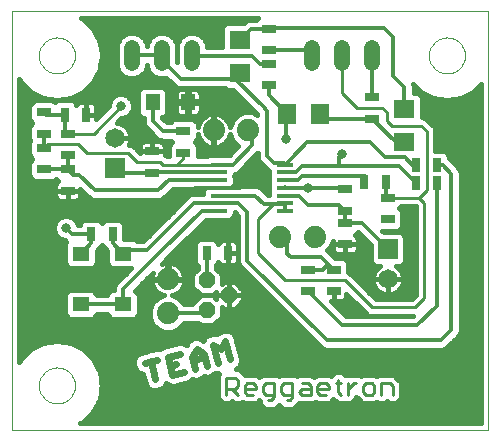
<source format=gtl>
G75*
%MOIN*%
%OFA0B0*%
%FSLAX24Y24*%
%IPPOS*%
%LPD*%
%AMOC8*
5,1,8,0,0,1.08239X$1,22.5*
%
%ADD10C,0.0000*%
%ADD11C,0.0240*%
%ADD12C,0.0090*%
%ADD13R,0.0472X0.0315*%
%ADD14R,0.0630X0.0709*%
%ADD15R,0.0709X0.0630*%
%ADD16C,0.0740*%
%ADD17R,0.0315X0.0472*%
%ADD18OC8,0.0520*%
%ADD19R,0.0580X0.0140*%
%ADD20R,0.0579X0.0500*%
%ADD21R,0.0472X0.0551*%
%ADD22R,0.0650X0.0650*%
%ADD23C,0.0650*%
%ADD24C,0.0520*%
%ADD25C,0.0320*%
%ADD26C,0.0140*%
%ADD27C,0.0100*%
%ADD28C,0.0160*%
D10*
X000180Y000180D02*
X000180Y014176D01*
X016050Y014176D01*
X016050Y000180D01*
X000180Y000180D01*
X001080Y001680D02*
X001082Y001729D01*
X001088Y001777D01*
X001098Y001825D01*
X001112Y001872D01*
X001129Y001918D01*
X001150Y001962D01*
X001175Y002004D01*
X001203Y002044D01*
X001235Y002082D01*
X001269Y002117D01*
X001306Y002149D01*
X001345Y002178D01*
X001387Y002204D01*
X001431Y002226D01*
X001476Y002244D01*
X001523Y002259D01*
X001570Y002270D01*
X001619Y002277D01*
X001668Y002280D01*
X001717Y002279D01*
X001765Y002274D01*
X001814Y002265D01*
X001861Y002252D01*
X001907Y002235D01*
X001951Y002215D01*
X001994Y002191D01*
X002035Y002164D01*
X002073Y002133D01*
X002109Y002100D01*
X002141Y002064D01*
X002171Y002025D01*
X002198Y001984D01*
X002221Y001940D01*
X002240Y001895D01*
X002256Y001849D01*
X002268Y001802D01*
X002276Y001753D01*
X002280Y001704D01*
X002280Y001656D01*
X002276Y001607D01*
X002268Y001558D01*
X002256Y001511D01*
X002240Y001465D01*
X002221Y001420D01*
X002198Y001376D01*
X002171Y001335D01*
X002141Y001296D01*
X002109Y001260D01*
X002073Y001227D01*
X002035Y001196D01*
X001994Y001169D01*
X001951Y001145D01*
X001907Y001125D01*
X001861Y001108D01*
X001814Y001095D01*
X001765Y001086D01*
X001717Y001081D01*
X001668Y001080D01*
X001619Y001083D01*
X001570Y001090D01*
X001523Y001101D01*
X001476Y001116D01*
X001431Y001134D01*
X001387Y001156D01*
X001345Y001182D01*
X001306Y001211D01*
X001269Y001243D01*
X001235Y001278D01*
X001203Y001316D01*
X001175Y001356D01*
X001150Y001398D01*
X001129Y001442D01*
X001112Y001488D01*
X001098Y001535D01*
X001088Y001583D01*
X001082Y001631D01*
X001080Y001680D01*
X001080Y012680D02*
X001082Y012729D01*
X001088Y012777D01*
X001098Y012825D01*
X001112Y012872D01*
X001129Y012918D01*
X001150Y012962D01*
X001175Y013004D01*
X001203Y013044D01*
X001235Y013082D01*
X001269Y013117D01*
X001306Y013149D01*
X001345Y013178D01*
X001387Y013204D01*
X001431Y013226D01*
X001476Y013244D01*
X001523Y013259D01*
X001570Y013270D01*
X001619Y013277D01*
X001668Y013280D01*
X001717Y013279D01*
X001765Y013274D01*
X001814Y013265D01*
X001861Y013252D01*
X001907Y013235D01*
X001951Y013215D01*
X001994Y013191D01*
X002035Y013164D01*
X002073Y013133D01*
X002109Y013100D01*
X002141Y013064D01*
X002171Y013025D01*
X002198Y012984D01*
X002221Y012940D01*
X002240Y012895D01*
X002256Y012849D01*
X002268Y012802D01*
X002276Y012753D01*
X002280Y012704D01*
X002280Y012656D01*
X002276Y012607D01*
X002268Y012558D01*
X002256Y012511D01*
X002240Y012465D01*
X002221Y012420D01*
X002198Y012376D01*
X002171Y012335D01*
X002141Y012296D01*
X002109Y012260D01*
X002073Y012227D01*
X002035Y012196D01*
X001994Y012169D01*
X001951Y012145D01*
X001907Y012125D01*
X001861Y012108D01*
X001814Y012095D01*
X001765Y012086D01*
X001717Y012081D01*
X001668Y012080D01*
X001619Y012083D01*
X001570Y012090D01*
X001523Y012101D01*
X001476Y012116D01*
X001431Y012134D01*
X001387Y012156D01*
X001345Y012182D01*
X001306Y012211D01*
X001269Y012243D01*
X001235Y012278D01*
X001203Y012316D01*
X001175Y012356D01*
X001150Y012398D01*
X001129Y012442D01*
X001112Y012488D01*
X001098Y012535D01*
X001088Y012583D01*
X001082Y012631D01*
X001080Y012680D01*
X014080Y012680D02*
X014082Y012729D01*
X014088Y012777D01*
X014098Y012825D01*
X014112Y012872D01*
X014129Y012918D01*
X014150Y012962D01*
X014175Y013004D01*
X014203Y013044D01*
X014235Y013082D01*
X014269Y013117D01*
X014306Y013149D01*
X014345Y013178D01*
X014387Y013204D01*
X014431Y013226D01*
X014476Y013244D01*
X014523Y013259D01*
X014570Y013270D01*
X014619Y013277D01*
X014668Y013280D01*
X014717Y013279D01*
X014765Y013274D01*
X014814Y013265D01*
X014861Y013252D01*
X014907Y013235D01*
X014951Y013215D01*
X014994Y013191D01*
X015035Y013164D01*
X015073Y013133D01*
X015109Y013100D01*
X015141Y013064D01*
X015171Y013025D01*
X015198Y012984D01*
X015221Y012940D01*
X015240Y012895D01*
X015256Y012849D01*
X015268Y012802D01*
X015276Y012753D01*
X015280Y012704D01*
X015280Y012656D01*
X015276Y012607D01*
X015268Y012558D01*
X015256Y012511D01*
X015240Y012465D01*
X015221Y012420D01*
X015198Y012376D01*
X015171Y012335D01*
X015141Y012296D01*
X015109Y012260D01*
X015073Y012227D01*
X015035Y012196D01*
X014994Y012169D01*
X014951Y012145D01*
X014907Y012125D01*
X014861Y012108D01*
X014814Y012095D01*
X014765Y012086D01*
X014717Y012081D01*
X014668Y012080D01*
X014619Y012083D01*
X014570Y012090D01*
X014523Y012101D01*
X014476Y012116D01*
X014431Y012134D01*
X014387Y012156D01*
X014345Y012182D01*
X014306Y012211D01*
X014269Y012243D01*
X014235Y012278D01*
X014203Y012316D01*
X014175Y012356D01*
X014150Y012398D01*
X014129Y012442D01*
X014112Y012488D01*
X014098Y012535D01*
X014088Y012583D01*
X014082Y012631D01*
X014080Y012680D01*
D11*
X007299Y003148D02*
X007459Y002549D01*
X007060Y002442D02*
X006899Y003041D01*
X007152Y002895D01*
X007299Y003148D01*
X006587Y002744D02*
X006694Y002344D01*
X006614Y002644D02*
X006214Y002537D01*
X006188Y002636D02*
X006334Y002890D01*
X006587Y002744D01*
X006188Y002636D02*
X006295Y002237D01*
X005929Y002139D02*
X005530Y002032D01*
X005369Y002631D01*
X005769Y002738D01*
X005649Y002385D02*
X005449Y002332D01*
X005004Y002533D02*
X004604Y002426D01*
X004804Y002480D02*
X004965Y001881D01*
D12*
X007325Y001945D02*
X007325Y001375D01*
X007325Y001565D02*
X007610Y001565D01*
X007705Y001660D01*
X007705Y001850D01*
X007610Y001945D01*
X007325Y001945D01*
X007515Y001565D02*
X007705Y001375D01*
X007933Y001470D02*
X007933Y001660D01*
X008028Y001755D01*
X008218Y001755D01*
X008313Y001660D01*
X008313Y001565D01*
X007933Y001565D01*
X007933Y001470D02*
X008028Y001375D01*
X008218Y001375D01*
X008540Y001470D02*
X008540Y001660D01*
X008636Y001755D01*
X008921Y001755D01*
X008921Y001280D01*
X008826Y001185D01*
X008731Y001185D01*
X008636Y001375D02*
X008921Y001375D01*
X009148Y001470D02*
X009243Y001375D01*
X009528Y001375D01*
X009528Y001280D02*
X009433Y001185D01*
X009338Y001185D01*
X009528Y001280D02*
X009528Y001755D01*
X009243Y001755D01*
X009148Y001660D01*
X009148Y001470D01*
X008636Y001375D02*
X008540Y001470D01*
X009756Y001470D02*
X009851Y001565D01*
X010136Y001565D01*
X010136Y001660D02*
X010136Y001375D01*
X009851Y001375D01*
X009756Y001470D01*
X009851Y001755D02*
X010041Y001755D01*
X010136Y001660D01*
X010364Y001660D02*
X010364Y001470D01*
X010459Y001375D01*
X010649Y001375D01*
X010744Y001565D02*
X010364Y001565D01*
X010364Y001660D02*
X010459Y001755D01*
X010649Y001755D01*
X010744Y001660D01*
X010744Y001565D01*
X010971Y001755D02*
X011161Y001755D01*
X011066Y001850D02*
X011066Y001470D01*
X011161Y001375D01*
X011376Y001375D02*
X011376Y001755D01*
X011376Y001565D02*
X011567Y001755D01*
X011662Y001755D01*
X011883Y001660D02*
X011883Y001470D01*
X011978Y001375D01*
X012168Y001375D01*
X012263Y001470D01*
X012263Y001660D01*
X012168Y001755D01*
X011978Y001755D01*
X011883Y001660D01*
X012491Y001755D02*
X012491Y001375D01*
X012871Y001375D02*
X012871Y001660D01*
X012776Y001755D01*
X012491Y001755D01*
D13*
X010910Y004826D03*
X010910Y005534D03*
X010050Y005534D03*
X010050Y004826D03*
X011290Y006386D03*
X011290Y007094D03*
X011290Y007506D03*
X011290Y008214D03*
X012709Y007943D03*
X012709Y007235D03*
X012187Y010578D03*
X012187Y011286D03*
X008734Y011684D03*
X008734Y012392D03*
X008740Y012856D03*
X008740Y013564D03*
X005893Y010154D03*
X005893Y009446D03*
X004860Y009484D03*
X004860Y008776D03*
X002037Y008882D03*
X002036Y009367D03*
X002036Y010076D03*
X001241Y010076D03*
X001242Y009594D03*
X001242Y008886D03*
X002037Y008173D03*
X001241Y010784D03*
D14*
X009363Y010744D03*
X010465Y010744D03*
D15*
X007784Y012095D03*
X007784Y013197D03*
X013262Y010886D03*
X013262Y009783D03*
D16*
X010270Y006630D03*
X009130Y006630D03*
X005380Y005220D03*
X005380Y004080D03*
X006910Y010180D03*
X008050Y010180D03*
D17*
X011926Y008479D03*
X012634Y008479D03*
X013636Y008440D03*
X013637Y009027D03*
X014346Y009027D03*
X014344Y008440D03*
X007376Y006099D03*
X006667Y006099D03*
X003534Y006730D03*
X002826Y006730D03*
X002654Y010711D03*
X001946Y010711D03*
D18*
X006680Y005180D03*
X007430Y004680D03*
X006680Y004180D03*
D19*
X007070Y007501D03*
X007070Y007761D03*
X007070Y008011D03*
X007070Y008271D03*
X007070Y008531D03*
X007070Y008781D03*
X007070Y009041D03*
X009290Y009041D03*
X009290Y008781D03*
X009290Y008531D03*
X009290Y008271D03*
X009290Y008011D03*
X009290Y007761D03*
X009290Y007501D03*
D20*
X003880Y006076D03*
X002480Y006076D03*
X002480Y004384D03*
X003880Y004384D03*
D21*
X004869Y011120D03*
X006051Y011120D03*
D22*
X003630Y008930D03*
X012710Y006220D03*
D23*
X012710Y005220D03*
X003630Y009930D03*
D24*
X004180Y012420D02*
X004180Y012940D01*
X005180Y012940D02*
X005180Y012420D01*
X006180Y012420D02*
X006180Y012940D01*
X010180Y012940D02*
X010180Y012420D01*
X011180Y012420D02*
X011180Y012940D01*
X012180Y012940D02*
X012180Y012420D01*
D25*
X009330Y009880D03*
X010050Y008270D03*
X011180Y009380D03*
X011430Y004280D03*
X011480Y002530D03*
X001980Y006930D03*
X003810Y010990D03*
D26*
X004869Y011120D02*
X004880Y011109D01*
X004880Y010480D01*
X005206Y010154D01*
X005893Y010154D01*
X007070Y009041D02*
X007541Y009041D01*
X008180Y009680D01*
X008180Y010050D01*
X008050Y010180D01*
X008680Y010830D02*
X008600Y010910D01*
X008600Y010920D01*
X007620Y011900D01*
X007589Y011900D01*
X007784Y012095D01*
X007589Y011900D02*
X005810Y011900D01*
X005180Y012530D01*
X005180Y012680D01*
X004180Y012680D01*
X006180Y012680D02*
X006420Y012680D01*
X006440Y012660D01*
X008170Y012660D01*
X008440Y012390D01*
X008732Y012390D01*
X008734Y012392D01*
X008740Y012856D02*
X010004Y012856D01*
X010180Y012680D01*
X008786Y013610D02*
X008740Y013564D01*
X008151Y013564D01*
X007784Y013197D01*
X008786Y013610D02*
X012580Y013610D01*
X012880Y013310D01*
X012880Y012000D01*
X013262Y011618D01*
X013262Y010886D01*
X013262Y009783D02*
X012982Y009783D01*
X012187Y010578D01*
X010631Y010578D01*
X010465Y010744D01*
X010030Y009780D02*
X012130Y009780D01*
X012630Y009280D01*
X013270Y009280D01*
X013509Y009041D01*
X013623Y009041D01*
X013637Y009027D01*
X013096Y008980D02*
X013636Y008440D01*
X014344Y008440D02*
X014344Y004344D01*
X013680Y003680D01*
X011180Y003680D01*
X011180Y003696D01*
X010050Y004826D01*
X010050Y005534D02*
X010534Y005534D01*
X010722Y005722D01*
X010910Y005534D01*
X010722Y005722D02*
X010484Y005960D01*
X009476Y005960D01*
X009366Y006070D01*
X009366Y006394D01*
X009130Y006630D01*
X009290Y007501D02*
X009290Y007761D01*
X009259Y007730D01*
X008580Y007730D01*
X008299Y008011D01*
X007070Y008011D01*
X007070Y007761D02*
X006261Y007761D01*
X004680Y006180D01*
X003984Y006180D01*
X003880Y006076D01*
X003534Y006422D01*
X003534Y006730D01*
X002826Y006730D02*
X002826Y006422D01*
X002480Y006076D01*
X002180Y006730D02*
X001980Y006930D01*
X002180Y006730D02*
X002826Y006730D01*
X002940Y008180D02*
X002420Y008700D01*
X002219Y008700D01*
X002037Y008882D01*
X002037Y009366D01*
X002036Y009367D01*
X002033Y008886D02*
X002037Y008882D01*
X002033Y008886D02*
X001242Y008886D01*
X001242Y009594D02*
X001241Y009595D01*
X001241Y010076D01*
X001315Y010711D02*
X001241Y010784D01*
X001315Y010711D02*
X001946Y010711D01*
X001946Y010166D01*
X002036Y010076D01*
X003630Y008930D02*
X003784Y008776D01*
X004860Y008776D01*
X004865Y008781D01*
X007070Y008781D01*
X007070Y008531D02*
X005411Y008531D01*
X005060Y008180D01*
X002940Y008180D01*
X005180Y006180D02*
X005190Y006180D01*
X006510Y007500D01*
X007069Y007500D01*
X007070Y007501D01*
X007070Y007761D02*
X007729Y007761D01*
X008030Y007460D01*
X008030Y005830D01*
X010680Y003180D01*
X014480Y003180D01*
X014830Y003530D01*
X014830Y008730D01*
X014533Y009027D01*
X014346Y009027D01*
X013096Y008980D02*
X011089Y008980D01*
X009850Y008980D01*
X009651Y008781D01*
X009290Y008781D01*
X009290Y009041D02*
X009251Y009080D01*
X008930Y009080D01*
X008680Y009330D01*
X008680Y010830D01*
X009180Y010680D02*
X009244Y010744D01*
X009363Y010744D01*
X009330Y010711D01*
X009330Y009880D01*
X009519Y009270D02*
X009520Y009270D01*
X010030Y009780D01*
X009519Y009270D02*
X009290Y009041D01*
X009281Y009050D01*
X009290Y008531D02*
X009731Y008531D01*
X009850Y008650D01*
X011954Y008650D01*
X011926Y008622D01*
X011926Y008479D01*
X011290Y008214D02*
X011234Y008270D01*
X010050Y008270D01*
X009921Y008271D01*
X009290Y008271D01*
X009281Y008280D01*
X009290Y008011D02*
X009749Y008011D01*
X010050Y007710D01*
X011086Y007710D01*
X011290Y007506D01*
X011290Y007094D01*
X011836Y007094D01*
X012710Y006220D01*
X010910Y004826D02*
X010910Y004500D01*
X011130Y004280D01*
X011430Y004280D01*
X011480Y002530D02*
X011480Y002380D01*
X011580Y002280D01*
X006680Y004180D02*
X006580Y004080D01*
X005380Y004080D01*
X006680Y005180D02*
X006680Y006087D01*
X006667Y006099D01*
X005180Y006180D02*
X003880Y004880D01*
X003880Y004384D01*
X002480Y004384D01*
X006180Y008180D02*
X006271Y008271D01*
X007070Y008271D01*
X007771Y008271D01*
X008180Y008680D01*
X009363Y010744D02*
X008734Y011372D01*
X008734Y011684D01*
X011089Y009289D02*
X011180Y009380D01*
X011089Y009289D02*
X011089Y008980D01*
X012634Y008479D02*
X012634Y008018D01*
X012709Y007943D01*
X012187Y011286D02*
X012187Y012673D01*
X012180Y012680D01*
D27*
X011180Y012680D02*
X011180Y011430D01*
X011670Y010940D01*
X012530Y010940D01*
X012670Y010800D01*
X012670Y010510D01*
X012850Y010330D01*
X013830Y010330D01*
X014000Y010160D01*
X014000Y008180D01*
X013763Y007943D01*
X013930Y007777D01*
X013930Y004580D01*
X013630Y004280D01*
X012180Y004280D01*
X011280Y005180D01*
X009280Y005180D01*
X008380Y006080D01*
X008380Y007230D01*
X008880Y007730D01*
X009259Y007730D01*
X007070Y009041D02*
X005680Y009041D01*
X005893Y009254D01*
X005893Y009446D01*
X005680Y009041D02*
X005219Y009041D01*
X005130Y009130D01*
X004350Y009130D01*
X004060Y009420D01*
X002690Y009420D01*
X002390Y009720D01*
X001368Y009720D01*
X001242Y009594D01*
X002036Y010076D02*
X002906Y010076D01*
X003820Y010990D01*
X003810Y010990D01*
X012709Y007943D02*
X013763Y007943D01*
D28*
X013640Y007653D02*
X013640Y004700D01*
X013510Y004570D01*
X012300Y004570D01*
X011444Y005426D01*
X011386Y005450D01*
X011386Y005740D01*
X011350Y005828D01*
X011282Y005895D01*
X011194Y005932D01*
X010951Y005932D01*
X010898Y005985D01*
X010898Y005985D01*
X010693Y006190D01*
X010787Y006284D01*
X010874Y006494D01*
X010874Y006386D01*
X011290Y006386D01*
X011706Y006386D01*
X011706Y006567D01*
X011694Y006613D01*
X011670Y006654D01*
X011637Y006687D01*
X011601Y006708D01*
X011662Y006733D01*
X011710Y006781D01*
X012145Y006347D01*
X012145Y005847D01*
X012182Y005759D01*
X012249Y005692D01*
X012337Y005655D01*
X012451Y005655D01*
X012445Y005652D01*
X012381Y005605D01*
X012325Y005549D01*
X012278Y005485D01*
X012242Y005414D01*
X012217Y005338D01*
X012205Y005260D01*
X012205Y005220D01*
X012710Y005220D01*
X013215Y005220D01*
X013215Y005260D01*
X013203Y005338D01*
X013178Y005414D01*
X013142Y005485D01*
X013095Y005549D01*
X013039Y005605D01*
X012975Y005652D01*
X012969Y005655D01*
X013083Y005655D01*
X013171Y005692D01*
X013238Y005759D01*
X013275Y005847D01*
X013275Y006593D01*
X013238Y006681D01*
X013171Y006748D01*
X013083Y006785D01*
X012583Y006785D01*
X012531Y006837D01*
X012993Y006837D01*
X013081Y006874D01*
X013148Y006941D01*
X013185Y007030D01*
X013185Y007440D01*
X013148Y007528D01*
X013088Y007589D01*
X013148Y007650D01*
X013150Y007653D01*
X013640Y007653D01*
X013640Y007630D02*
X013128Y007630D01*
X013172Y007471D02*
X013640Y007471D01*
X013640Y007313D02*
X013185Y007313D01*
X013185Y007154D02*
X013640Y007154D01*
X013640Y006996D02*
X013171Y006996D01*
X013239Y006679D02*
X013640Y006679D01*
X013640Y006837D02*
X012531Y006837D01*
X012130Y006362D02*
X011706Y006362D01*
X011706Y006386D02*
X011290Y006386D01*
X011290Y006386D01*
X011290Y006386D01*
X010874Y006386D01*
X010874Y006204D01*
X010886Y006159D01*
X010910Y006118D01*
X010943Y006084D01*
X010984Y006060D01*
X011030Y006048D01*
X011290Y006048D01*
X011290Y006386D01*
X011290Y006048D01*
X011550Y006048D01*
X011596Y006060D01*
X011637Y006084D01*
X011670Y006118D01*
X011694Y006159D01*
X011706Y006204D01*
X011706Y006386D01*
X011706Y006520D02*
X011972Y006520D01*
X011813Y006679D02*
X011645Y006679D01*
X011290Y006386D02*
X011290Y006386D01*
X011290Y006362D02*
X011290Y006362D01*
X011290Y006203D02*
X011290Y006203D01*
X011706Y006203D02*
X012145Y006203D01*
X012145Y006045D02*
X010838Y006045D01*
X010874Y006203D02*
X010706Y006203D01*
X010819Y006362D02*
X010874Y006362D01*
X011291Y005886D02*
X012145Y005886D01*
X012213Y005728D02*
X011386Y005728D01*
X011386Y005569D02*
X012345Y005569D01*
X012241Y005411D02*
X011460Y005411D01*
X011618Y005252D02*
X012205Y005252D01*
X012205Y005220D02*
X012205Y005180D01*
X012217Y005102D01*
X012242Y005026D01*
X012278Y004955D01*
X012325Y004891D01*
X012381Y004835D01*
X012445Y004788D01*
X012516Y004752D01*
X012592Y004727D01*
X012670Y004715D01*
X012710Y004715D01*
X012750Y004715D01*
X012828Y004727D01*
X012904Y004752D01*
X012975Y004788D01*
X013039Y004835D01*
X013095Y004891D01*
X013142Y004955D01*
X013178Y005026D01*
X013203Y005102D01*
X013215Y005180D01*
X013215Y005220D01*
X012710Y005220D01*
X012710Y005220D01*
X012710Y004715D01*
X012710Y005220D01*
X012710Y005220D01*
X012710Y005220D01*
X012205Y005220D01*
X012220Y005094D02*
X011777Y005094D01*
X011935Y004935D02*
X012293Y004935D01*
X012468Y004777D02*
X012094Y004777D01*
X012252Y004618D02*
X013558Y004618D01*
X013640Y004777D02*
X012952Y004777D01*
X013127Y004935D02*
X013640Y004935D01*
X013640Y005094D02*
X013200Y005094D01*
X013215Y005252D02*
X013640Y005252D01*
X013640Y005411D02*
X013179Y005411D01*
X013075Y005569D02*
X013640Y005569D01*
X013640Y005728D02*
X013207Y005728D01*
X013275Y005886D02*
X013640Y005886D01*
X013640Y006045D02*
X013275Y006045D01*
X013275Y006203D02*
X013640Y006203D01*
X013640Y006362D02*
X013275Y006362D01*
X013275Y006520D02*
X013640Y006520D01*
X015140Y006520D02*
X015810Y006520D01*
X015810Y006362D02*
X015140Y006362D01*
X015140Y006203D02*
X015810Y006203D01*
X015810Y006045D02*
X015140Y006045D01*
X015140Y005886D02*
X015810Y005886D01*
X015810Y005728D02*
X015140Y005728D01*
X015140Y005569D02*
X015810Y005569D01*
X015810Y005411D02*
X015140Y005411D01*
X015140Y005252D02*
X015810Y005252D01*
X015810Y005094D02*
X015140Y005094D01*
X015140Y004935D02*
X015810Y004935D01*
X015810Y004777D02*
X015140Y004777D01*
X015140Y004618D02*
X015810Y004618D01*
X015810Y004460D02*
X015140Y004460D01*
X015140Y004301D02*
X015810Y004301D01*
X015810Y004143D02*
X015140Y004143D01*
X015140Y003984D02*
X015810Y003984D01*
X015810Y003826D02*
X015140Y003826D01*
X015140Y003667D02*
X015810Y003667D01*
X015810Y003509D02*
X015140Y003509D01*
X015140Y003468D02*
X015140Y008792D01*
X015093Y008906D01*
X015006Y008993D01*
X014743Y009255D01*
X014743Y009311D01*
X014707Y009399D01*
X014639Y009466D01*
X014551Y009503D01*
X014290Y009503D01*
X014290Y010218D01*
X014246Y010324D01*
X015810Y010324D01*
X015810Y010166D02*
X014290Y010166D01*
X014290Y010007D02*
X015810Y010007D01*
X015810Y009849D02*
X014290Y009849D01*
X014290Y009690D02*
X015810Y009690D01*
X015810Y009532D02*
X014290Y009532D01*
X014718Y009373D02*
X015810Y009373D01*
X015810Y009215D02*
X014784Y009215D01*
X014942Y009056D02*
X015810Y009056D01*
X015810Y008898D02*
X015096Y008898D01*
X015140Y008739D02*
X015810Y008739D01*
X015810Y008581D02*
X015140Y008581D01*
X015140Y008422D02*
X015810Y008422D01*
X015810Y008264D02*
X015140Y008264D01*
X015140Y008105D02*
X015810Y008105D01*
X015810Y007947D02*
X015140Y007947D01*
X015140Y007788D02*
X015810Y007788D01*
X015810Y007630D02*
X015140Y007630D01*
X015140Y007471D02*
X015810Y007471D01*
X015810Y007313D02*
X015140Y007313D01*
X015140Y007154D02*
X015810Y007154D01*
X015810Y006996D02*
X015140Y006996D01*
X015140Y006837D02*
X015810Y006837D01*
X015810Y006679D02*
X015140Y006679D01*
X012710Y005094D02*
X012710Y005094D01*
X012710Y004935D02*
X012710Y004935D01*
X012710Y004777D02*
X012710Y004777D01*
X012122Y003990D02*
X012016Y004034D01*
X011934Y004116D01*
X011326Y004724D01*
X011326Y004644D01*
X011314Y004599D01*
X011290Y004558D01*
X011257Y004524D01*
X011216Y004500D01*
X011170Y004488D01*
X010910Y004488D01*
X010826Y004488D01*
X011324Y003990D01*
X013552Y003990D01*
X013552Y003990D01*
X012122Y003990D01*
X011907Y004143D02*
X011172Y004143D01*
X011013Y004301D02*
X011749Y004301D01*
X011590Y004460D02*
X010855Y004460D01*
X010910Y004488D02*
X010910Y004826D01*
X010910Y004488D01*
X010910Y004618D02*
X010910Y004618D01*
X010910Y004777D02*
X010910Y004777D01*
X010910Y004826D02*
X010910Y004826D01*
X011319Y004618D02*
X011432Y004618D01*
X010072Y003350D02*
X007597Y003350D01*
X007602Y003344D02*
X007541Y003424D01*
X007416Y003496D01*
X007275Y003515D01*
X007275Y003515D01*
X007275Y003515D01*
X007188Y003491D01*
X007136Y003477D01*
X007103Y003452D01*
X007023Y003390D01*
X007020Y003387D01*
X007017Y003389D01*
X006898Y003404D01*
X006875Y003407D01*
X006737Y003370D01*
X006623Y003283D01*
X006560Y003175D01*
X006490Y003215D01*
X006452Y003237D01*
X006452Y003237D01*
X006452Y003237D01*
X006333Y003253D01*
X006310Y003256D01*
X006310Y003256D01*
X006274Y003247D01*
X006171Y003219D01*
X006058Y003132D01*
X006058Y003132D01*
X006018Y003064D01*
X005995Y003023D01*
X005887Y003086D01*
X005745Y003105D01*
X005220Y002964D01*
X005207Y002961D01*
X005106Y002883D01*
X004980Y002900D01*
X004697Y002824D01*
X004642Y002809D01*
X004442Y002756D01*
X004328Y002668D01*
X004257Y002544D01*
X004238Y002402D01*
X004275Y002264D01*
X004362Y002150D01*
X004486Y002079D01*
X004541Y002072D01*
X004635Y001718D01*
X004723Y001605D01*
X004847Y001533D01*
X004989Y001514D01*
X005127Y001551D01*
X005241Y001638D01*
X005303Y001747D01*
X005410Y001685D01*
X005412Y001684D01*
X005554Y001666D01*
X005567Y001669D01*
X005692Y001703D01*
X006092Y001810D01*
X006193Y001887D01*
X006319Y001871D01*
X006457Y001908D01*
X006571Y001995D01*
X006573Y001998D01*
X006576Y001996D01*
X006718Y001978D01*
X006857Y002015D01*
X006957Y002092D01*
X007071Y002077D01*
X007040Y002002D01*
X007040Y001318D01*
X007083Y001214D01*
X007164Y001133D01*
X007268Y001090D01*
X007382Y001090D01*
X007486Y001133D01*
X007515Y001162D01*
X007544Y001133D01*
X007649Y001090D01*
X007762Y001090D01*
X007867Y001133D01*
X007971Y001090D01*
X008275Y001090D01*
X008379Y001133D01*
X008427Y001181D01*
X008446Y001162D01*
X008446Y001128D01*
X008489Y001023D01*
X008569Y000943D01*
X008674Y000900D01*
X008882Y000900D01*
X008987Y000943D01*
X009082Y001038D01*
X009088Y001044D01*
X009097Y001023D01*
X009177Y000943D01*
X009282Y000900D01*
X009490Y000900D01*
X009595Y000943D01*
X009690Y001038D01*
X009757Y001105D01*
X009794Y001090D01*
X010193Y001090D01*
X010297Y001133D01*
X010402Y001090D01*
X010706Y001090D01*
X010810Y001133D01*
X010890Y001214D01*
X010899Y001234D01*
X011000Y001133D01*
X011105Y001090D01*
X011218Y001090D01*
X011269Y001111D01*
X011320Y001090D01*
X011433Y001090D01*
X011538Y001133D01*
X011618Y001214D01*
X011653Y001297D01*
X011736Y001214D01*
X011817Y001133D01*
X011921Y001090D01*
X012225Y001090D01*
X012329Y001133D01*
X012434Y001090D01*
X012547Y001090D01*
X012652Y001133D01*
X012681Y001162D01*
X012709Y001133D01*
X012814Y001090D01*
X012928Y001090D01*
X013032Y001133D01*
X013113Y001214D01*
X013156Y001318D01*
X013156Y001717D01*
X013113Y001822D01*
X013032Y001902D01*
X012937Y001997D01*
X012833Y002040D01*
X012434Y002040D01*
X012329Y001997D01*
X012225Y002040D01*
X011921Y002040D01*
X011820Y001998D01*
X011718Y002040D01*
X011510Y002040D01*
X011472Y002024D01*
X011433Y002040D01*
X011320Y002040D01*
X011291Y002029D01*
X011228Y002092D01*
X011123Y002135D01*
X011010Y002135D01*
X010905Y002092D01*
X010825Y002012D01*
X010820Y002001D01*
X010810Y001997D01*
X010706Y002040D01*
X010402Y002040D01*
X010297Y001997D01*
X010250Y001950D01*
X010203Y001997D01*
X010098Y002040D01*
X009794Y002040D01*
X009690Y001997D01*
X009585Y002040D01*
X009187Y002040D01*
X009082Y001997D01*
X008977Y002040D01*
X008579Y002040D01*
X008474Y001997D01*
X008427Y001950D01*
X008379Y001997D01*
X008275Y002040D01*
X007971Y002040D01*
X007934Y002025D01*
X007867Y002092D01*
X007772Y002187D01*
X007667Y002230D01*
X007636Y002230D01*
X007735Y002307D01*
X007807Y002431D01*
X007825Y002573D01*
X007665Y003172D01*
X007665Y003172D01*
X007644Y003248D01*
X007628Y003311D01*
X007602Y003344D01*
X007628Y003311D02*
X007628Y003311D01*
X007628Y003311D01*
X007660Y003192D02*
X010230Y003192D01*
X010389Y003033D02*
X007702Y003033D01*
X007745Y002875D02*
X010607Y002875D01*
X010618Y002870D02*
X010504Y002917D01*
X007767Y005654D01*
X007720Y005768D01*
X007720Y007332D01*
X007601Y007451D01*
X007600Y007451D01*
X007600Y007383D01*
X007563Y007295D01*
X007496Y007227D01*
X007408Y007191D01*
X007132Y007191D01*
X007131Y007190D01*
X006638Y007190D01*
X005366Y005917D01*
X005349Y005910D01*
X005167Y005729D01*
X005169Y005730D01*
X005251Y005756D01*
X005337Y005770D01*
X005360Y005770D01*
X005360Y005240D01*
X005400Y005240D01*
X005400Y005770D01*
X005423Y005770D01*
X005509Y005756D01*
X005591Y005730D01*
X005668Y005690D01*
X005738Y005640D01*
X005800Y005578D01*
X005850Y005508D01*
X005890Y005431D01*
X005916Y005349D01*
X005930Y005263D01*
X005930Y005240D01*
X005400Y005240D01*
X005400Y005200D01*
X005930Y005200D01*
X005930Y005177D01*
X005916Y005091D01*
X005890Y005009D01*
X005850Y004932D01*
X005800Y004862D01*
X005738Y004800D01*
X005668Y004750D01*
X005591Y004710D01*
X005513Y004685D01*
X005726Y004597D01*
X005897Y004426D01*
X005912Y004390D01*
X006183Y004390D01*
X006473Y004680D01*
X006887Y004680D01*
X006990Y004577D01*
X006990Y004680D01*
X007430Y004680D01*
X007430Y004680D01*
X007430Y005120D01*
X007612Y005120D01*
X007870Y004862D01*
X007870Y004680D01*
X007430Y004680D01*
X007430Y004680D01*
X007430Y004680D01*
X007430Y005120D01*
X007248Y005120D01*
X007180Y005052D01*
X007180Y005387D01*
X006990Y005577D01*
X006990Y005689D01*
X007028Y005727D01*
X007054Y005789D01*
X007075Y005753D01*
X007108Y005719D01*
X007149Y005695D01*
X007195Y005683D01*
X007376Y005683D01*
X007376Y006099D01*
X007376Y006099D01*
X007376Y005683D01*
X007557Y005683D01*
X007603Y005695D01*
X007644Y005719D01*
X007678Y005753D01*
X007701Y005794D01*
X007714Y005839D01*
X007714Y006099D01*
X007376Y006099D01*
X007376Y006099D01*
X007376Y006516D01*
X007195Y006516D01*
X007149Y006503D01*
X007108Y006480D01*
X007075Y006446D01*
X007054Y006410D01*
X007028Y006472D01*
X006961Y006539D01*
X006873Y006576D01*
X006462Y006576D01*
X006374Y006539D01*
X006307Y006472D01*
X006270Y006383D01*
X006270Y005815D01*
X006307Y005727D01*
X006370Y005664D01*
X006370Y005577D01*
X006180Y005387D01*
X006180Y004973D01*
X006473Y004680D01*
X006887Y004680D01*
X006990Y004783D01*
X006990Y004680D01*
X007430Y004680D01*
X007870Y004680D01*
X007870Y004498D01*
X007612Y004240D01*
X007430Y004240D01*
X007430Y004680D01*
X007430Y004680D01*
X007430Y004240D01*
X007248Y004240D01*
X007180Y004308D01*
X007180Y003973D01*
X006887Y003680D01*
X006473Y003680D01*
X006383Y003770D01*
X005912Y003770D01*
X005897Y003734D01*
X005726Y003563D01*
X005501Y003470D01*
X005259Y003470D01*
X005034Y003563D01*
X004863Y003734D01*
X004770Y003959D01*
X004770Y004201D01*
X004863Y004426D01*
X005034Y004597D01*
X005247Y004685D01*
X005169Y004710D01*
X005092Y004750D01*
X005022Y004800D01*
X004960Y004862D01*
X004910Y004932D01*
X004870Y005009D01*
X004844Y005091D01*
X004830Y005177D01*
X004830Y005200D01*
X005360Y005200D01*
X005360Y005240D01*
X004830Y005240D01*
X004830Y005263D01*
X004844Y005349D01*
X004870Y005431D01*
X004871Y005433D01*
X004284Y004846D01*
X004305Y004837D01*
X004373Y004769D01*
X004409Y004681D01*
X004409Y004086D01*
X004373Y003998D01*
X004305Y003930D01*
X004217Y003894D01*
X003543Y003894D01*
X003455Y003930D01*
X003387Y003998D01*
X003356Y004074D01*
X003004Y004074D01*
X002973Y003998D01*
X002905Y003930D01*
X002817Y003894D01*
X002143Y003894D01*
X002055Y003930D01*
X001987Y003998D01*
X001951Y004086D01*
X001951Y004681D01*
X001987Y004769D01*
X002055Y004837D01*
X002143Y004874D01*
X002817Y004874D01*
X002905Y004837D01*
X002973Y004769D01*
X003004Y004694D01*
X003356Y004694D01*
X003387Y004769D01*
X003455Y004837D01*
X003543Y004874D01*
X003570Y004874D01*
X003570Y004942D01*
X003617Y005056D01*
X004148Y005586D01*
X003543Y005586D01*
X003455Y005623D01*
X003387Y005691D01*
X003351Y005779D01*
X003351Y006167D01*
X003272Y006247D01*
X003256Y006284D01*
X003241Y006290D01*
X003180Y006351D01*
X003119Y006290D01*
X003104Y006284D01*
X003088Y006247D01*
X003009Y006167D01*
X003009Y005779D01*
X002973Y005691D01*
X002905Y005623D01*
X002817Y005586D01*
X002143Y005586D01*
X002055Y005623D01*
X001987Y005691D01*
X001951Y005779D01*
X001951Y006374D01*
X001987Y006462D01*
X001998Y006473D01*
X001942Y006530D01*
X001900Y006530D01*
X001753Y006591D01*
X001641Y006703D01*
X001580Y006850D01*
X001580Y007010D01*
X001641Y007157D01*
X001753Y007269D01*
X001900Y007330D01*
X002060Y007330D01*
X002207Y007269D01*
X002319Y007157D01*
X002367Y007040D01*
X002439Y007040D01*
X002465Y007102D01*
X002532Y007170D01*
X002620Y007206D01*
X003031Y007206D01*
X003119Y007170D01*
X003180Y007109D01*
X003241Y007170D01*
X003329Y007206D01*
X003740Y007206D01*
X003828Y007170D01*
X003895Y007102D01*
X003932Y007014D01*
X003932Y006566D01*
X004217Y006566D01*
X004305Y006530D01*
X004345Y006490D01*
X004552Y006490D01*
X006085Y008023D01*
X006199Y008071D01*
X006540Y008071D01*
X006540Y008128D01*
X006577Y008216D01*
X006581Y008221D01*
X005539Y008221D01*
X005323Y008004D01*
X005236Y007917D01*
X005122Y007870D01*
X002878Y007870D01*
X002764Y007917D01*
X002454Y008228D01*
X002454Y008173D01*
X002454Y007992D01*
X002441Y007946D01*
X002418Y007905D01*
X002384Y007871D01*
X002343Y007848D01*
X002297Y007836D01*
X002037Y007836D01*
X002037Y008173D01*
X001621Y008173D01*
X001621Y007992D01*
X001634Y007946D01*
X001657Y007905D01*
X001691Y007871D01*
X001732Y007848D01*
X001778Y007836D01*
X002037Y007836D01*
X002037Y008173D01*
X002037Y008173D01*
X001621Y008173D01*
X001621Y008354D01*
X001634Y008400D01*
X001657Y008441D01*
X001691Y008475D01*
X001727Y008495D01*
X001665Y008521D01*
X001638Y008548D01*
X001614Y008525D01*
X001526Y008488D01*
X000958Y008488D01*
X000870Y008525D01*
X000803Y008592D01*
X000766Y008680D01*
X000766Y009091D01*
X000803Y009179D01*
X000863Y009240D01*
X000803Y009301D01*
X000766Y009389D01*
X000766Y009800D01*
X000780Y009834D01*
X000765Y009870D01*
X000765Y010281D01*
X000802Y010369D01*
X000863Y010430D01*
X000802Y010491D01*
X000765Y010579D01*
X000765Y010990D01*
X000802Y011078D01*
X000869Y011145D01*
X000957Y011182D01*
X001525Y011182D01*
X001614Y011145D01*
X001630Y011128D01*
X001652Y011150D01*
X001740Y011187D01*
X002151Y011187D01*
X002239Y011150D01*
X002307Y011083D01*
X002332Y011021D01*
X002353Y011057D01*
X002386Y011091D01*
X002427Y011115D01*
X002473Y011127D01*
X002654Y011127D01*
X002654Y010711D01*
X002654Y010711D01*
X002654Y011127D01*
X002836Y011127D01*
X002881Y011115D01*
X002922Y011091D01*
X002956Y011057D01*
X002980Y011016D01*
X002992Y010971D01*
X002992Y010711D01*
X002654Y010711D01*
X002654Y010711D01*
X002992Y010711D01*
X002992Y010572D01*
X003410Y010990D01*
X003410Y011070D01*
X003471Y011217D01*
X003583Y011329D01*
X003730Y011390D01*
X003890Y011390D01*
X004037Y011329D01*
X004149Y011217D01*
X004210Y011070D01*
X004210Y010910D01*
X004149Y010763D01*
X004037Y010651D01*
X003890Y010590D01*
X003830Y010590D01*
X003674Y010434D01*
X003748Y010423D01*
X003824Y010398D01*
X003895Y010362D01*
X003959Y010315D01*
X004015Y010259D01*
X004062Y010195D01*
X004098Y010124D01*
X004123Y010048D01*
X004135Y009970D01*
X004135Y009930D01*
X003630Y009930D01*
X003630Y009930D01*
X004135Y009930D01*
X004135Y009890D01*
X004123Y009812D01*
X004098Y009736D01*
X004085Y009710D01*
X004118Y009710D01*
X004224Y009666D01*
X004306Y009584D01*
X004306Y009584D01*
X004444Y009446D01*
X004444Y009484D01*
X004860Y009484D01*
X004860Y009484D01*
X004860Y009484D01*
X005276Y009484D01*
X005276Y009383D01*
X005294Y009376D01*
X005340Y009331D01*
X005417Y009331D01*
X005417Y009651D01*
X005453Y009739D01*
X005514Y009800D01*
X005470Y009844D01*
X005144Y009844D01*
X005030Y009892D01*
X004704Y010217D01*
X004617Y010304D01*
X004570Y010418D01*
X004570Y010611D01*
X004497Y010641D01*
X004013Y010641D01*
X004164Y010800D02*
X004393Y010800D01*
X004393Y010797D02*
X004430Y010708D01*
X004497Y010641D01*
X004393Y010797D02*
X004393Y011443D01*
X004430Y011532D01*
X004497Y011599D01*
X004585Y011636D01*
X005153Y011636D01*
X005242Y011599D01*
X005309Y011532D01*
X005346Y011443D01*
X005346Y010797D01*
X005309Y010708D01*
X005242Y010641D01*
X006609Y010641D01*
X006622Y010650D02*
X006552Y010600D01*
X006490Y010538D01*
X006440Y010468D01*
X006400Y010391D01*
X006374Y010309D01*
X006369Y010282D01*
X006369Y010360D01*
X006333Y010448D01*
X006265Y010515D01*
X006177Y010552D01*
X005609Y010552D01*
X005521Y010515D01*
X005470Y010464D01*
X005334Y010464D01*
X005190Y010608D01*
X005190Y010620D01*
X005242Y010641D01*
X005346Y010800D02*
X005640Y010800D01*
X005634Y010821D02*
X005647Y010775D01*
X005670Y010734D01*
X005704Y010700D01*
X005745Y010677D01*
X005791Y010664D01*
X006012Y010664D01*
X006012Y011082D01*
X005634Y011082D01*
X005634Y010821D01*
X005634Y010958D02*
X005346Y010958D01*
X005346Y011117D02*
X006012Y011117D01*
X006012Y011082D02*
X006012Y011158D01*
X005634Y011158D01*
X005634Y011419D01*
X005647Y011465D01*
X005670Y011506D01*
X005704Y011540D01*
X005745Y011563D01*
X005791Y011576D01*
X006012Y011576D01*
X006012Y011158D01*
X006089Y011158D01*
X006467Y011158D01*
X006467Y011419D01*
X006455Y011465D01*
X006431Y011506D01*
X006397Y011540D01*
X006356Y011563D01*
X006310Y011576D01*
X006089Y011576D01*
X006089Y011158D01*
X006089Y011082D01*
X006467Y011082D01*
X006467Y010821D01*
X006455Y010775D01*
X006431Y010734D01*
X006397Y010700D01*
X006356Y010677D01*
X006310Y010664D01*
X006089Y010664D01*
X006089Y011082D01*
X006012Y011082D01*
X006089Y011117D02*
X007965Y011117D01*
X007807Y011275D02*
X006467Y011275D01*
X006463Y011434D02*
X007648Y011434D01*
X007542Y011540D02*
X007382Y011540D01*
X007294Y011577D01*
X007281Y011590D01*
X005748Y011590D01*
X005634Y011637D01*
X005547Y011724D01*
X005330Y011941D01*
X005279Y011920D01*
X005081Y011920D01*
X004897Y011996D01*
X004756Y012137D01*
X004680Y012321D01*
X004680Y012370D01*
X004680Y012370D01*
X004680Y012321D01*
X004604Y012137D01*
X004463Y011996D01*
X004279Y011920D01*
X004081Y011920D01*
X003897Y011996D01*
X003756Y012137D01*
X003680Y012321D01*
X003680Y013039D01*
X003756Y013223D01*
X003897Y013364D01*
X004081Y013440D01*
X004279Y013440D01*
X004463Y013364D01*
X004604Y013223D01*
X004680Y013039D01*
X004680Y012990D01*
X004680Y012990D01*
X004680Y013039D01*
X004756Y013223D01*
X004897Y013364D01*
X005081Y013440D01*
X005279Y013440D01*
X005463Y013364D01*
X005604Y013223D01*
X005680Y013039D01*
X005680Y012468D01*
X005680Y012468D01*
X005680Y013039D01*
X005756Y013223D01*
X005897Y013364D01*
X006081Y013440D01*
X006279Y013440D01*
X006463Y013364D01*
X006604Y013223D01*
X006680Y013039D01*
X006680Y012970D01*
X007190Y012970D01*
X007190Y013560D01*
X007227Y013648D01*
X007294Y013716D01*
X007382Y013752D01*
X007901Y013752D01*
X007976Y013827D01*
X008090Y013874D01*
X008317Y013874D01*
X008368Y013925D01*
X008394Y013936D01*
X002467Y013936D01*
X002559Y013889D01*
X002559Y013889D01*
X002889Y013559D01*
X002889Y013559D01*
X003102Y013142D01*
X003102Y013142D01*
X003175Y012680D01*
X003102Y012218D01*
X003102Y012218D01*
X002889Y011801D01*
X002889Y011801D01*
X002559Y011471D01*
X002559Y011471D01*
X002142Y011258D01*
X001680Y011185D01*
X001218Y011258D01*
X001218Y011258D01*
X000801Y011471D01*
X000801Y011471D01*
X000471Y011801D01*
X000471Y011801D01*
X000471Y011801D01*
X000420Y011900D01*
X000420Y002460D01*
X000471Y002559D01*
X000471Y002559D01*
X000801Y002889D01*
X000801Y002889D01*
X001218Y003102D01*
X001218Y003102D01*
X001680Y003175D01*
X001680Y003175D01*
X002142Y003102D01*
X002142Y003102D01*
X002559Y002889D01*
X002559Y002889D01*
X002889Y002559D01*
X002889Y002559D01*
X003102Y002142D01*
X003175Y001680D01*
X003175Y001680D01*
X003102Y001218D01*
X003102Y001218D01*
X002889Y000801D01*
X002889Y000801D01*
X002559Y000471D01*
X002559Y000471D01*
X002460Y000420D01*
X015810Y000420D01*
X015810Y011722D01*
X015559Y011471D01*
X015559Y011471D01*
X015142Y011258D01*
X015142Y011258D01*
X014680Y011185D01*
X014680Y011185D01*
X014218Y011258D01*
X014218Y011258D01*
X013801Y011471D01*
X013801Y011471D01*
X013558Y011714D01*
X013572Y011680D01*
X013572Y011440D01*
X013664Y011440D01*
X013752Y011404D01*
X013820Y011336D01*
X013856Y011248D01*
X013856Y010620D01*
X013888Y010620D01*
X013994Y010576D01*
X014164Y010406D01*
X014246Y010324D01*
X014088Y010483D02*
X015810Y010483D01*
X015810Y010641D02*
X013856Y010641D01*
X013856Y010800D02*
X015810Y010800D01*
X015810Y010958D02*
X013856Y010958D01*
X013856Y011117D02*
X015810Y011117D01*
X015810Y011275D02*
X015175Y011275D01*
X015486Y011434D02*
X015810Y011434D01*
X015810Y011592D02*
X015680Y011592D01*
X014185Y011275D02*
X013845Y011275D01*
X013874Y011434D02*
X013681Y011434D01*
X013680Y011592D02*
X013572Y011592D01*
X008760Y008815D02*
X008760Y008663D01*
X008763Y008656D01*
X008760Y008648D01*
X008760Y008413D01*
X008765Y008401D01*
X008760Y008388D01*
X008760Y008153D01*
X008765Y008141D01*
X008760Y008128D01*
X008760Y008040D01*
X008708Y008040D01*
X008475Y008273D01*
X008361Y008321D01*
X007559Y008321D01*
X007563Y008325D01*
X007600Y008413D01*
X007600Y008648D01*
X007597Y008656D01*
X007600Y008663D01*
X007600Y008731D01*
X007602Y008731D01*
X007716Y008778D01*
X008356Y009417D01*
X008370Y009432D01*
X008370Y009392D01*
X008370Y009268D01*
X008417Y009154D01*
X008667Y008904D01*
X008754Y008817D01*
X008760Y008815D01*
X008760Y008739D02*
X007623Y008739D01*
X007600Y008581D02*
X008760Y008581D01*
X008760Y008422D02*
X007600Y008422D01*
X007836Y008898D02*
X008674Y008898D01*
X008516Y009056D02*
X007994Y009056D01*
X008153Y009215D02*
X008392Y009215D01*
X008370Y009373D02*
X008311Y009373D01*
X008356Y009417D02*
X008356Y009417D01*
X007719Y009657D02*
X007412Y009351D01*
X006732Y009351D01*
X006684Y009331D01*
X006369Y009331D01*
X006369Y009651D01*
X006333Y009739D01*
X006272Y009800D01*
X006333Y009861D01*
X006369Y009949D01*
X006369Y010078D01*
X006374Y010051D01*
X006400Y009969D01*
X006440Y009892D01*
X006490Y009822D01*
X006552Y009760D01*
X006622Y009710D01*
X006699Y009670D01*
X006781Y009644D01*
X006867Y009630D01*
X006890Y009630D01*
X006890Y010160D01*
X006930Y010160D01*
X006930Y009630D01*
X006953Y009630D01*
X007039Y009644D01*
X007121Y009670D01*
X007198Y009710D01*
X007268Y009760D01*
X007330Y009822D01*
X007380Y009892D01*
X007420Y009969D01*
X007445Y010047D01*
X007533Y009834D01*
X007704Y009663D01*
X007719Y009657D01*
X007677Y009690D02*
X007160Y009690D01*
X006930Y009690D02*
X006890Y009690D01*
X006890Y009849D02*
X006930Y009849D01*
X006930Y010007D02*
X006890Y010007D01*
X006890Y010200D02*
X006890Y010730D01*
X006867Y010730D01*
X006781Y010716D01*
X006699Y010690D01*
X006622Y010650D01*
X006461Y010800D02*
X008282Y010800D01*
X008330Y010751D02*
X008337Y010734D01*
X008360Y010712D01*
X008171Y010790D01*
X007929Y010790D01*
X007704Y010697D01*
X007533Y010526D01*
X007445Y010313D01*
X007420Y010391D01*
X007380Y010468D01*
X007330Y010538D01*
X007268Y010600D01*
X007198Y010650D01*
X007121Y010690D01*
X007039Y010716D01*
X006953Y010730D01*
X006930Y010730D01*
X006930Y010200D01*
X006890Y010200D01*
X006890Y010324D02*
X006930Y010324D01*
X006930Y010483D02*
X006890Y010483D01*
X006890Y010641D02*
X006930Y010641D01*
X007211Y010641D02*
X007648Y010641D01*
X007515Y010483D02*
X007370Y010483D01*
X007442Y010324D02*
X007449Y010324D01*
X007432Y010007D02*
X007461Y010007D01*
X007527Y009849D02*
X007349Y009849D01*
X007593Y009532D02*
X006369Y009532D01*
X006353Y009690D02*
X006660Y009690D01*
X006471Y009849D02*
X006320Y009849D01*
X006369Y010007D02*
X006388Y010007D01*
X006369Y010324D02*
X006378Y010324D01*
X006450Y010483D02*
X006298Y010483D01*
X006089Y010800D02*
X006012Y010800D01*
X006012Y010958D02*
X006089Y010958D01*
X006089Y011275D02*
X006012Y011275D01*
X006012Y011434D02*
X006089Y011434D01*
X005743Y011592D02*
X005249Y011592D01*
X005346Y011434D02*
X005638Y011434D01*
X005634Y011275D02*
X005346Y011275D01*
X005521Y011751D02*
X002839Y011751D01*
X002944Y011909D02*
X005363Y011909D01*
X004825Y012068D02*
X004535Y012068D01*
X004641Y012226D02*
X004719Y012226D01*
X004490Y011592D02*
X002680Y011592D01*
X002486Y011434D02*
X004393Y011434D01*
X004393Y011275D02*
X004091Y011275D01*
X004191Y011117D02*
X004393Y011117D01*
X004393Y010958D02*
X004210Y010958D01*
X004570Y010483D02*
X003723Y010483D01*
X003947Y010324D02*
X004609Y010324D01*
X004756Y010166D02*
X004077Y010166D01*
X004129Y010007D02*
X004915Y010007D01*
X004860Y009822D02*
X004860Y009484D01*
X004444Y009484D01*
X004444Y009666D01*
X004456Y009711D01*
X004480Y009752D01*
X004513Y009786D01*
X004554Y009810D01*
X004600Y009822D01*
X004860Y009822D01*
X004860Y009484D01*
X005276Y009484D01*
X005276Y009666D01*
X005264Y009711D01*
X005240Y009752D01*
X005207Y009786D01*
X005166Y009810D01*
X005120Y009822D01*
X004860Y009822D01*
X004860Y009690D02*
X004860Y009690D01*
X004860Y009532D02*
X004860Y009532D01*
X004860Y009484D02*
X004860Y009484D01*
X004444Y009532D02*
X004359Y009532D01*
X004450Y009690D02*
X004166Y009690D01*
X004128Y009849D02*
X005134Y009849D01*
X005270Y009690D02*
X005433Y009690D01*
X005417Y009532D02*
X005276Y009532D01*
X005297Y009373D02*
X005417Y009373D01*
X006369Y009373D02*
X007435Y009373D01*
X008485Y008264D02*
X008760Y008264D01*
X008760Y008105D02*
X008643Y008105D01*
X007720Y007313D02*
X007571Y007313D01*
X007720Y007154D02*
X006602Y007154D01*
X006444Y006996D02*
X007720Y006996D01*
X007720Y006837D02*
X006285Y006837D01*
X006127Y006679D02*
X007720Y006679D01*
X007720Y006520D02*
X006980Y006520D01*
X007376Y006516D02*
X007376Y006099D01*
X007376Y006099D01*
X007714Y006099D01*
X007714Y006359D01*
X007701Y006405D01*
X007678Y006446D01*
X007644Y006480D01*
X007603Y006503D01*
X007557Y006516D01*
X007376Y006516D01*
X007376Y006362D02*
X007376Y006362D01*
X007376Y006203D02*
X007376Y006203D01*
X007376Y006045D02*
X007376Y006045D01*
X007376Y005886D02*
X007376Y005886D01*
X007376Y005728D02*
X007376Y005728D01*
X007653Y005728D02*
X007737Y005728D01*
X007720Y005886D02*
X007714Y005886D01*
X007714Y006045D02*
X007720Y006045D01*
X007714Y006203D02*
X007720Y006203D01*
X007713Y006362D02*
X007720Y006362D01*
X007100Y005728D02*
X007029Y005728D01*
X006998Y005569D02*
X007853Y005569D01*
X008011Y005411D02*
X007157Y005411D01*
X007180Y005252D02*
X008170Y005252D01*
X008328Y005094D02*
X007639Y005094D01*
X007430Y005094D02*
X007430Y005094D01*
X007430Y004935D02*
X007430Y004935D01*
X007430Y004777D02*
X007430Y004777D01*
X007430Y004618D02*
X007430Y004618D01*
X007430Y004460D02*
X007430Y004460D01*
X007430Y004301D02*
X007430Y004301D01*
X007673Y004301D02*
X009121Y004301D01*
X009279Y004143D02*
X007180Y004143D01*
X007180Y004301D02*
X007187Y004301D01*
X007180Y003984D02*
X009438Y003984D01*
X009596Y003826D02*
X007033Y003826D01*
X007136Y003477D02*
X007136Y003477D01*
X007136Y003477D01*
X007252Y003509D02*
X005594Y003509D01*
X005830Y003667D02*
X009755Y003667D01*
X009913Y003509D02*
X007320Y003509D01*
X007017Y003389D02*
X007017Y003389D01*
X007017Y003389D01*
X006875Y003407D02*
X006875Y003407D01*
X006710Y003350D02*
X000420Y003350D01*
X000420Y003192D02*
X006136Y003192D01*
X006058Y003132D02*
X006058Y003132D01*
X006001Y003033D02*
X005978Y003033D01*
X005477Y003033D02*
X002277Y003033D01*
X002574Y002875D02*
X004886Y002875D01*
X004642Y002809D02*
X004642Y002809D01*
X004390Y002716D02*
X002732Y002716D01*
X002890Y002558D02*
X004264Y002558D01*
X004239Y002399D02*
X002971Y002399D01*
X003052Y002241D02*
X004293Y002241D01*
X004481Y002082D02*
X003111Y002082D01*
X003136Y001924D02*
X004580Y001924D01*
X004623Y001765D02*
X003162Y001765D01*
X003163Y001607D02*
X004721Y001607D01*
X005199Y001607D02*
X007040Y001607D01*
X007040Y001765D02*
X005925Y001765D01*
X005692Y001703D02*
X005692Y001703D01*
X006478Y001924D02*
X007040Y001924D01*
X007035Y002082D02*
X006944Y002082D01*
X007040Y001448D02*
X003138Y001448D01*
X003113Y001290D02*
X007052Y001290D01*
X007169Y001131D02*
X003057Y001131D01*
X002977Y000973D02*
X008540Y000973D01*
X008446Y001131D02*
X008374Y001131D01*
X007872Y001131D02*
X007861Y001131D01*
X007550Y001131D02*
X007481Y001131D01*
X007877Y002082D02*
X010895Y002082D01*
X011238Y002082D02*
X015810Y002082D01*
X015810Y001924D02*
X013011Y001924D01*
X013136Y001765D02*
X015810Y001765D01*
X015810Y001607D02*
X013156Y001607D01*
X013156Y001448D02*
X015810Y001448D01*
X015810Y001290D02*
X013144Y001290D01*
X013027Y001131D02*
X015810Y001131D01*
X015810Y000973D02*
X009624Y000973D01*
X009148Y000973D02*
X009016Y000973D01*
X010292Y001131D02*
X010303Y001131D01*
X010805Y001131D02*
X011006Y001131D01*
X011532Y001131D02*
X011822Y001131D01*
X011736Y001214D02*
X011736Y001214D01*
X011660Y001290D02*
X011650Y001290D01*
X012324Y001131D02*
X012335Y001131D01*
X012646Y001131D02*
X012715Y001131D01*
X014542Y002870D02*
X014656Y002917D01*
X015006Y003267D01*
X015093Y003354D01*
X015140Y003468D01*
X015088Y003350D02*
X015810Y003350D01*
X015810Y003192D02*
X014930Y003192D01*
X015006Y003267D02*
X015006Y003267D01*
X014771Y003033D02*
X015810Y003033D01*
X015810Y002875D02*
X014553Y002875D01*
X014542Y002870D02*
X010618Y002870D01*
X008962Y004460D02*
X007832Y004460D01*
X007870Y004618D02*
X008804Y004618D01*
X008645Y004777D02*
X007870Y004777D01*
X007797Y004935D02*
X008487Y004935D01*
X007221Y005094D02*
X007180Y005094D01*
X006990Y004777D02*
X006984Y004777D01*
X006990Y004618D02*
X006949Y004618D01*
X006411Y004618D02*
X005675Y004618D01*
X005705Y004777D02*
X006376Y004777D01*
X006218Y004935D02*
X005852Y004935D01*
X005917Y005094D02*
X006180Y005094D01*
X006180Y005252D02*
X005930Y005252D01*
X005896Y005411D02*
X006203Y005411D01*
X006362Y005569D02*
X005806Y005569D01*
X005595Y005728D02*
X006306Y005728D01*
X006270Y005886D02*
X005324Y005886D01*
X005360Y005728D02*
X005400Y005728D01*
X005400Y005569D02*
X005360Y005569D01*
X005360Y005411D02*
X005400Y005411D01*
X005400Y005252D02*
X005360Y005252D01*
X004864Y005411D02*
X004849Y005411D01*
X004830Y005252D02*
X004690Y005252D01*
X004843Y005094D02*
X004532Y005094D01*
X004373Y004935D02*
X004908Y004935D01*
X005055Y004777D02*
X004366Y004777D01*
X004409Y004618D02*
X005085Y004618D01*
X004897Y004460D02*
X004409Y004460D01*
X004409Y004301D02*
X004811Y004301D01*
X004770Y004143D02*
X004409Y004143D01*
X004359Y003984D02*
X004770Y003984D01*
X004825Y003826D02*
X000420Y003826D01*
X000420Y003984D02*
X002001Y003984D01*
X001951Y004143D02*
X000420Y004143D01*
X000420Y004301D02*
X001951Y004301D01*
X001951Y004460D02*
X000420Y004460D01*
X000420Y004618D02*
X001951Y004618D01*
X001994Y004777D02*
X000420Y004777D01*
X000420Y004935D02*
X003570Y004935D01*
X003655Y005094D02*
X000420Y005094D01*
X000420Y005252D02*
X003814Y005252D01*
X003972Y005411D02*
X000420Y005411D01*
X000420Y005569D02*
X004131Y005569D01*
X003372Y005728D02*
X002988Y005728D01*
X003009Y005886D02*
X003351Y005886D01*
X003351Y006045D02*
X003009Y006045D01*
X003045Y006203D02*
X003315Y006203D01*
X003932Y006679D02*
X004740Y006679D01*
X004899Y006837D02*
X003932Y006837D01*
X003932Y006996D02*
X005057Y006996D01*
X005216Y007154D02*
X003843Y007154D01*
X003225Y007154D02*
X003135Y007154D01*
X002517Y007154D02*
X002320Y007154D01*
X002102Y007313D02*
X005374Y007313D01*
X005533Y007471D02*
X000420Y007471D01*
X000420Y007630D02*
X005691Y007630D01*
X005850Y007788D02*
X000420Y007788D01*
X000420Y007947D02*
X001633Y007947D01*
X001621Y008105D02*
X000420Y008105D01*
X000420Y008264D02*
X001621Y008264D01*
X001646Y008422D02*
X000420Y008422D01*
X000420Y008581D02*
X000814Y008581D01*
X000766Y008739D02*
X000420Y008739D01*
X000420Y008898D02*
X000766Y008898D01*
X000766Y009056D02*
X000420Y009056D01*
X000420Y009215D02*
X000838Y009215D01*
X000773Y009373D02*
X000420Y009373D01*
X000420Y009532D02*
X000766Y009532D01*
X000766Y009690D02*
X000420Y009690D01*
X000420Y009849D02*
X000774Y009849D01*
X000765Y010007D02*
X000420Y010007D01*
X000420Y010166D02*
X000765Y010166D01*
X000783Y010324D02*
X000420Y010324D01*
X000420Y010483D02*
X000810Y010483D01*
X000765Y010641D02*
X000420Y010641D01*
X000420Y010800D02*
X000765Y010800D01*
X000765Y010958D02*
X000420Y010958D01*
X000420Y011117D02*
X000840Y011117D01*
X000874Y011434D02*
X000420Y011434D01*
X000420Y011592D02*
X000680Y011592D01*
X000521Y011751D02*
X000420Y011751D01*
X000420Y011275D02*
X001185Y011275D01*
X002175Y011275D02*
X003529Y011275D01*
X003429Y011117D02*
X002874Y011117D01*
X002992Y010958D02*
X003378Y010958D01*
X003219Y010800D02*
X002992Y010800D01*
X002992Y010641D02*
X003061Y010641D01*
X002654Y010800D02*
X002654Y010800D01*
X002654Y010958D02*
X002654Y010958D01*
X002654Y011117D02*
X002654Y011117D01*
X002435Y011117D02*
X002273Y011117D01*
X003025Y012068D02*
X003825Y012068D01*
X003719Y012226D02*
X003103Y012226D01*
X003128Y012385D02*
X003680Y012385D01*
X003680Y012543D02*
X003153Y012543D01*
X003172Y012702D02*
X003680Y012702D01*
X003680Y012860D02*
X003146Y012860D01*
X003121Y013019D02*
X003680Y013019D01*
X003737Y013177D02*
X003084Y013177D01*
X003003Y013336D02*
X003868Y013336D01*
X004492Y013336D02*
X004868Y013336D01*
X004737Y013177D02*
X004623Y013177D01*
X004680Y013019D02*
X004680Y013019D01*
X005492Y013336D02*
X005868Y013336D01*
X005737Y013177D02*
X005623Y013177D01*
X005680Y013019D02*
X005680Y013019D01*
X005680Y012860D02*
X005680Y012860D01*
X005680Y012702D02*
X005680Y012702D01*
X005680Y012543D02*
X005680Y012543D01*
X006492Y013336D02*
X007190Y013336D01*
X007190Y013494D02*
X002922Y013494D01*
X002796Y013653D02*
X007231Y013653D01*
X007190Y013177D02*
X006623Y013177D01*
X006680Y013019D02*
X007190Y013019D01*
X007960Y013811D02*
X002637Y013811D01*
X006467Y010958D02*
X008124Y010958D01*
X008330Y010751D02*
X007542Y011540D01*
X005488Y010483D02*
X005316Y010483D01*
X005423Y008105D02*
X006540Y008105D01*
X006008Y007947D02*
X005265Y007947D01*
X004582Y006520D02*
X004315Y006520D01*
X005493Y006045D02*
X006270Y006045D01*
X006270Y006203D02*
X005651Y006203D01*
X005810Y006362D02*
X006270Y006362D01*
X006355Y006520D02*
X005968Y006520D01*
X005863Y004460D02*
X006252Y004460D01*
X005166Y003509D02*
X000420Y003509D01*
X000420Y003667D02*
X004930Y003667D01*
X006531Y003192D02*
X006570Y003192D01*
X007787Y002716D02*
X015810Y002716D01*
X015810Y002558D02*
X007823Y002558D01*
X007788Y002399D02*
X015810Y002399D01*
X015810Y002241D02*
X007649Y002241D01*
X003401Y003984D02*
X002959Y003984D01*
X002966Y004777D02*
X003394Y004777D01*
X001972Y005728D02*
X000420Y005728D01*
X000420Y005886D02*
X001951Y005886D01*
X001951Y006045D02*
X000420Y006045D01*
X000420Y006203D02*
X001951Y006203D01*
X001951Y006362D02*
X000420Y006362D01*
X000420Y006520D02*
X001952Y006520D01*
X001666Y006679D02*
X000420Y006679D01*
X000420Y006837D02*
X001586Y006837D01*
X001580Y006996D02*
X000420Y006996D01*
X000420Y007154D02*
X001640Y007154D01*
X001858Y007313D02*
X000420Y007313D01*
X002037Y007947D02*
X002037Y007947D01*
X002037Y008105D02*
X002037Y008105D01*
X002037Y008173D02*
X002037Y008173D01*
X002454Y008173D01*
X002037Y008173D01*
X002037Y008173D01*
X002454Y008105D02*
X002577Y008105D01*
X002442Y007947D02*
X002735Y007947D01*
X001083Y003033D02*
X000420Y003033D01*
X000420Y002875D02*
X000786Y002875D01*
X000628Y002716D02*
X000420Y002716D01*
X000420Y002558D02*
X000470Y002558D01*
X002585Y000497D02*
X015810Y000497D01*
X015810Y000656D02*
X002744Y000656D01*
X002896Y000814D02*
X015810Y000814D01*
M02*

</source>
